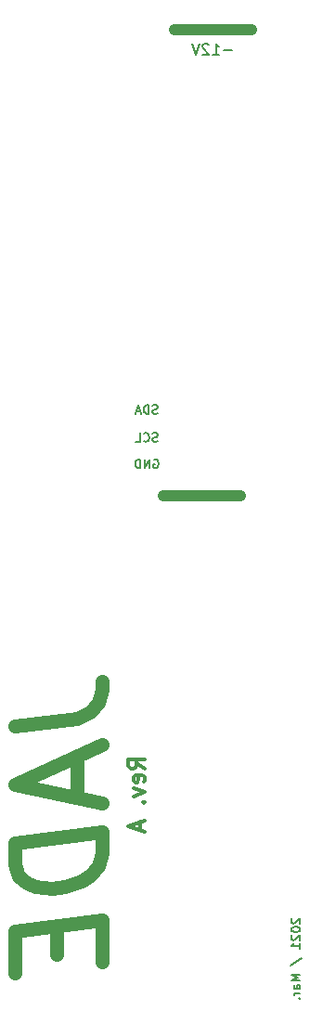
<source format=gbr>
%TF.GenerationSoftware,KiCad,Pcbnew,(5.1.9-0-10_14)*%
%TF.CreationDate,2021-03-07T22:41:29+09:00*%
%TF.ProjectId,jade_hardware,6a616465-5f68-4617-9264-776172652e6b,A*%
%TF.SameCoordinates,Original*%
%TF.FileFunction,Legend,Bot*%
%TF.FilePolarity,Positive*%
%FSLAX46Y46*%
G04 Gerber Fmt 4.6, Leading zero omitted, Abs format (unit mm)*
G04 Created by KiCad (PCBNEW (5.1.9-0-10_14)) date 2021-03-07 22:41:29*
%MOMM*%
%LPD*%
G01*
G04 APERTURE LIST*
%ADD10C,0.150000*%
%ADD11C,0.300000*%
%ADD12C,1.300000*%
%ADD13C,1.000000*%
%ADD14C,0.200000*%
%ADD15O,1.700000X1.700000*%
%ADD16R,1.700000X1.700000*%
G04 APERTURE END LIST*
D10*
X143238095Y-149542857D02*
X143200000Y-149580952D01*
X143161904Y-149657142D01*
X143161904Y-149847619D01*
X143200000Y-149923809D01*
X143238095Y-149961904D01*
X143314285Y-150000000D01*
X143390476Y-150000000D01*
X143504761Y-149961904D01*
X143961904Y-149504761D01*
X143961904Y-150000000D01*
X143161904Y-150495238D02*
X143161904Y-150571428D01*
X143200000Y-150647619D01*
X143238095Y-150685714D01*
X143314285Y-150723809D01*
X143466666Y-150761904D01*
X143657142Y-150761904D01*
X143809523Y-150723809D01*
X143885714Y-150685714D01*
X143923809Y-150647619D01*
X143961904Y-150571428D01*
X143961904Y-150495238D01*
X143923809Y-150419047D01*
X143885714Y-150380952D01*
X143809523Y-150342857D01*
X143657142Y-150304761D01*
X143466666Y-150304761D01*
X143314285Y-150342857D01*
X143238095Y-150380952D01*
X143200000Y-150419047D01*
X143161904Y-150495238D01*
X143238095Y-151066666D02*
X143200000Y-151104761D01*
X143161904Y-151180952D01*
X143161904Y-151371428D01*
X143200000Y-151447619D01*
X143238095Y-151485714D01*
X143314285Y-151523809D01*
X143390476Y-151523809D01*
X143504761Y-151485714D01*
X143961904Y-151028571D01*
X143961904Y-151523809D01*
X143961904Y-152285714D02*
X143961904Y-151828571D01*
X143961904Y-152057142D02*
X143161904Y-152057142D01*
X143276190Y-151980952D01*
X143352380Y-151904761D01*
X143390476Y-151828571D01*
X143123809Y-153809523D02*
X144152380Y-153123809D01*
X143961904Y-154685714D02*
X143161904Y-154685714D01*
X143733333Y-154952380D01*
X143161904Y-155219047D01*
X143961904Y-155219047D01*
X143961904Y-155942857D02*
X143542857Y-155942857D01*
X143466666Y-155904761D01*
X143428571Y-155828571D01*
X143428571Y-155676190D01*
X143466666Y-155600000D01*
X143923809Y-155942857D02*
X143961904Y-155866666D01*
X143961904Y-155676190D01*
X143923809Y-155600000D01*
X143847619Y-155561904D01*
X143771428Y-155561904D01*
X143695238Y-155600000D01*
X143657142Y-155676190D01*
X143657142Y-155866666D01*
X143619047Y-155942857D01*
X143961904Y-156323809D02*
X143428571Y-156323809D01*
X143580952Y-156323809D02*
X143504761Y-156361904D01*
X143466666Y-156400000D01*
X143428571Y-156476190D01*
X143428571Y-156552380D01*
X143885714Y-156819047D02*
X143923809Y-156857142D01*
X143961904Y-156819047D01*
X143923809Y-156780952D01*
X143885714Y-156819047D01*
X143961904Y-156819047D01*
D11*
X129778571Y-135878571D02*
X129064285Y-135378571D01*
X129778571Y-135021428D02*
X128278571Y-135021428D01*
X128278571Y-135592857D01*
X128350000Y-135735714D01*
X128421428Y-135807142D01*
X128564285Y-135878571D01*
X128778571Y-135878571D01*
X128921428Y-135807142D01*
X128992857Y-135735714D01*
X129064285Y-135592857D01*
X129064285Y-135021428D01*
X129707142Y-137092857D02*
X129778571Y-136950000D01*
X129778571Y-136664285D01*
X129707142Y-136521428D01*
X129564285Y-136450000D01*
X128992857Y-136450000D01*
X128850000Y-136521428D01*
X128778571Y-136664285D01*
X128778571Y-136950000D01*
X128850000Y-137092857D01*
X128992857Y-137164285D01*
X129135714Y-137164285D01*
X129278571Y-136450000D01*
X128778571Y-137664285D02*
X129778571Y-138021428D01*
X128778571Y-138378571D01*
X129635714Y-138950000D02*
X129707142Y-139021428D01*
X129778571Y-138950000D01*
X129707142Y-138878571D01*
X129635714Y-138950000D01*
X129778571Y-138950000D01*
X129350000Y-140735714D02*
X129350000Y-141450000D01*
X129778571Y-140592857D02*
X128278571Y-141092857D01*
X129778571Y-141592857D01*
D12*
X117919047Y-131987232D02*
X123633333Y-131272946D01*
X124776190Y-130749136D01*
X125538095Y-129891994D01*
X125919047Y-128701517D01*
X125919047Y-127939613D01*
X123633333Y-134701517D02*
X123633333Y-138511041D01*
X125919047Y-133653898D02*
X117919047Y-137320565D01*
X125919047Y-138987232D01*
X125919047Y-141653898D02*
X117919047Y-142653898D01*
X117919047Y-144558660D01*
X118300000Y-145653898D01*
X119061904Y-146320565D01*
X119823809Y-146606279D01*
X121347619Y-146796755D01*
X122490476Y-146653898D01*
X124014285Y-146082470D01*
X124776190Y-145606279D01*
X125538095Y-144749136D01*
X125919047Y-143558660D01*
X125919047Y-141653898D01*
X121728571Y-150177708D02*
X121728571Y-152844375D01*
X125919047Y-153463422D02*
X125919047Y-149653898D01*
X117919047Y-150653898D01*
X117919047Y-154463422D01*
D10*
X130971428Y-103473809D02*
X130857142Y-103511904D01*
X130666666Y-103511904D01*
X130590476Y-103473809D01*
X130552380Y-103435714D01*
X130514285Y-103359523D01*
X130514285Y-103283333D01*
X130552380Y-103207142D01*
X130590476Y-103169047D01*
X130666666Y-103130952D01*
X130819047Y-103092857D01*
X130895238Y-103054761D01*
X130933333Y-103016666D01*
X130971428Y-102940476D01*
X130971428Y-102864285D01*
X130933333Y-102788095D01*
X130895238Y-102750000D01*
X130819047Y-102711904D01*
X130628571Y-102711904D01*
X130514285Y-102750000D01*
X130171428Y-103511904D02*
X130171428Y-102711904D01*
X129980952Y-102711904D01*
X129866666Y-102750000D01*
X129790476Y-102826190D01*
X129752380Y-102902380D01*
X129714285Y-103054761D01*
X129714285Y-103169047D01*
X129752380Y-103321428D01*
X129790476Y-103397619D01*
X129866666Y-103473809D01*
X129980952Y-103511904D01*
X130171428Y-103511904D01*
X129409523Y-103283333D02*
X129028571Y-103283333D01*
X129485714Y-103511904D02*
X129219047Y-102711904D01*
X128952380Y-103511904D01*
X130952380Y-106023809D02*
X130838095Y-106061904D01*
X130647619Y-106061904D01*
X130571428Y-106023809D01*
X130533333Y-105985714D01*
X130495238Y-105909523D01*
X130495238Y-105833333D01*
X130533333Y-105757142D01*
X130571428Y-105719047D01*
X130647619Y-105680952D01*
X130800000Y-105642857D01*
X130876190Y-105604761D01*
X130914285Y-105566666D01*
X130952380Y-105490476D01*
X130952380Y-105414285D01*
X130914285Y-105338095D01*
X130876190Y-105300000D01*
X130800000Y-105261904D01*
X130609523Y-105261904D01*
X130495238Y-105300000D01*
X129695238Y-105985714D02*
X129733333Y-106023809D01*
X129847619Y-106061904D01*
X129923809Y-106061904D01*
X130038095Y-106023809D01*
X130114285Y-105947619D01*
X130152380Y-105871428D01*
X130190476Y-105719047D01*
X130190476Y-105604761D01*
X130152380Y-105452380D01*
X130114285Y-105376190D01*
X130038095Y-105300000D01*
X129923809Y-105261904D01*
X129847619Y-105261904D01*
X129733333Y-105300000D01*
X129695238Y-105338095D01*
X128971428Y-106061904D02*
X129352380Y-106061904D01*
X129352380Y-105261904D01*
X130609523Y-107700000D02*
X130685714Y-107661904D01*
X130800000Y-107661904D01*
X130914285Y-107700000D01*
X130990476Y-107776190D01*
X131028571Y-107852380D01*
X131066666Y-108004761D01*
X131066666Y-108119047D01*
X131028571Y-108271428D01*
X130990476Y-108347619D01*
X130914285Y-108423809D01*
X130800000Y-108461904D01*
X130723809Y-108461904D01*
X130609523Y-108423809D01*
X130571428Y-108385714D01*
X130571428Y-108119047D01*
X130723809Y-108119047D01*
X130228571Y-108461904D02*
X130228571Y-107661904D01*
X129771428Y-108461904D01*
X129771428Y-107661904D01*
X129390476Y-108461904D02*
X129390476Y-107661904D01*
X129200000Y-107661904D01*
X129085714Y-107700000D01*
X129009523Y-107776190D01*
X128971428Y-107852380D01*
X128933333Y-108004761D01*
X128933333Y-108119047D01*
X128971428Y-108271428D01*
X129009523Y-108347619D01*
X129085714Y-108423809D01*
X129200000Y-108461904D01*
X129390476Y-108461904D01*
D13*
X131500000Y-111000000D02*
X138500000Y-111000000D01*
D14*
X137761904Y-70371428D02*
X137000000Y-70371428D01*
X136000000Y-70752380D02*
X136571428Y-70752380D01*
X136285714Y-70752380D02*
X136285714Y-69752380D01*
X136380952Y-69895238D01*
X136476190Y-69990476D01*
X136571428Y-70038095D01*
X135619047Y-69847619D02*
X135571428Y-69800000D01*
X135476190Y-69752380D01*
X135238095Y-69752380D01*
X135142857Y-69800000D01*
X135095238Y-69847619D01*
X135047619Y-69942857D01*
X135047619Y-70038095D01*
X135095238Y-70180952D01*
X135666666Y-70752380D01*
X135047619Y-70752380D01*
X134761904Y-69752380D02*
X134428571Y-70752380D01*
X134095238Y-69752380D01*
D13*
X132500000Y-68500000D02*
X139500000Y-68500000D01*
%LPC*%
%TO.C,J8*%
G36*
G01*
X129600000Y-133200000D02*
X127400000Y-133200000D01*
G75*
G02*
X127150000Y-132950000I0J250000D01*
G01*
X127150000Y-132450000D01*
G75*
G02*
X127400000Y-132200000I250000J0D01*
G01*
X129600000Y-132200000D01*
G75*
G02*
X129850000Y-132450000I0J-250000D01*
G01*
X129850000Y-132950000D01*
G75*
G02*
X129600000Y-133200000I-250000J0D01*
G01*
G37*
G36*
G01*
X130200000Y-128600000D02*
X130200000Y-126400000D01*
G75*
G02*
X130450000Y-126150000I250000J0D01*
G01*
X130950000Y-126150000D01*
G75*
G02*
X131200000Y-126400000I0J-250000D01*
G01*
X131200000Y-128600000D01*
G75*
G02*
X130950000Y-128850000I-250000J0D01*
G01*
X130450000Y-128850000D01*
G75*
G02*
X130200000Y-128600000I0J250000D01*
G01*
G37*
G36*
G01*
X117000000Y-128600000D02*
X117000000Y-126400000D01*
G75*
G02*
X117250000Y-126150000I250000J0D01*
G01*
X117750000Y-126150000D01*
G75*
G02*
X118000000Y-126400000I0J-250000D01*
G01*
X118000000Y-128600000D01*
G75*
G02*
X117750000Y-128850000I-250000J0D01*
G01*
X117250000Y-128850000D01*
G75*
G02*
X117000000Y-128600000I0J250000D01*
G01*
G37*
%TD*%
%TO.C,J7*%
G36*
G01*
X129600000Y-120700000D02*
X127400000Y-120700000D01*
G75*
G02*
X127150000Y-120450000I0J250000D01*
G01*
X127150000Y-119950000D01*
G75*
G02*
X127400000Y-119700000I250000J0D01*
G01*
X129600000Y-119700000D01*
G75*
G02*
X129850000Y-119950000I0J-250000D01*
G01*
X129850000Y-120450000D01*
G75*
G02*
X129600000Y-120700000I-250000J0D01*
G01*
G37*
G36*
G01*
X130200000Y-116100000D02*
X130200000Y-113900000D01*
G75*
G02*
X130450000Y-113650000I250000J0D01*
G01*
X130950000Y-113650000D01*
G75*
G02*
X131200000Y-113900000I0J-250000D01*
G01*
X131200000Y-116100000D01*
G75*
G02*
X130950000Y-116350000I-250000J0D01*
G01*
X130450000Y-116350000D01*
G75*
G02*
X130200000Y-116100000I0J250000D01*
G01*
G37*
G36*
G01*
X117000000Y-116100000D02*
X117000000Y-113900000D01*
G75*
G02*
X117250000Y-113650000I250000J0D01*
G01*
X117750000Y-113650000D01*
G75*
G02*
X118000000Y-113900000I0J-250000D01*
G01*
X118000000Y-116100000D01*
G75*
G02*
X117750000Y-116350000I-250000J0D01*
G01*
X117250000Y-116350000D01*
G75*
G02*
X117000000Y-116100000I0J250000D01*
G01*
G37*
%TD*%
D15*
%TO.C,J6*%
X135540000Y-108080000D03*
X133000000Y-108080000D03*
X135540000Y-105540000D03*
X133000000Y-105540000D03*
X135540000Y-103000000D03*
D16*
X133000000Y-103000000D03*
%TD*%
D15*
%TO.C,J5*%
X136540000Y-66160000D03*
X134000000Y-66160000D03*
X136540000Y-63620000D03*
X134000000Y-63620000D03*
X136540000Y-61080000D03*
X134000000Y-61080000D03*
X136540000Y-58540000D03*
X134000000Y-58540000D03*
X136540000Y-56000000D03*
D16*
X134000000Y-56000000D03*
%TD*%
%TO.C,J4*%
G36*
G01*
X129600000Y-100700000D02*
X127400000Y-100700000D01*
G75*
G02*
X127150000Y-100450000I0J250000D01*
G01*
X127150000Y-99950000D01*
G75*
G02*
X127400000Y-99700000I250000J0D01*
G01*
X129600000Y-99700000D01*
G75*
G02*
X129850000Y-99950000I0J-250000D01*
G01*
X129850000Y-100450000D01*
G75*
G02*
X129600000Y-100700000I-250000J0D01*
G01*
G37*
G36*
G01*
X130200000Y-96100000D02*
X130200000Y-93900000D01*
G75*
G02*
X130450000Y-93650000I250000J0D01*
G01*
X130950000Y-93650000D01*
G75*
G02*
X131200000Y-93900000I0J-250000D01*
G01*
X131200000Y-96100000D01*
G75*
G02*
X130950000Y-96350000I-250000J0D01*
G01*
X130450000Y-96350000D01*
G75*
G02*
X130200000Y-96100000I0J250000D01*
G01*
G37*
G36*
G01*
X117000000Y-96100000D02*
X117000000Y-93900000D01*
G75*
G02*
X117250000Y-93650000I250000J0D01*
G01*
X117750000Y-93650000D01*
G75*
G02*
X118000000Y-93900000I0J-250000D01*
G01*
X118000000Y-96100000D01*
G75*
G02*
X117750000Y-96350000I-250000J0D01*
G01*
X117250000Y-96350000D01*
G75*
G02*
X117000000Y-96100000I0J250000D01*
G01*
G37*
%TD*%
%TO.C,J3*%
G36*
G01*
X129600000Y-88200000D02*
X127400000Y-88200000D01*
G75*
G02*
X127150000Y-87950000I0J250000D01*
G01*
X127150000Y-87450000D01*
G75*
G02*
X127400000Y-87200000I250000J0D01*
G01*
X129600000Y-87200000D01*
G75*
G02*
X129850000Y-87450000I0J-250000D01*
G01*
X129850000Y-87950000D01*
G75*
G02*
X129600000Y-88200000I-250000J0D01*
G01*
G37*
G36*
G01*
X130200000Y-83600000D02*
X130200000Y-81400000D01*
G75*
G02*
X130450000Y-81150000I250000J0D01*
G01*
X130950000Y-81150000D01*
G75*
G02*
X131200000Y-81400000I0J-250000D01*
G01*
X131200000Y-83600000D01*
G75*
G02*
X130950000Y-83850000I-250000J0D01*
G01*
X130450000Y-83850000D01*
G75*
G02*
X130200000Y-83600000I0J250000D01*
G01*
G37*
G36*
G01*
X117000000Y-83600000D02*
X117000000Y-81400000D01*
G75*
G02*
X117250000Y-81150000I250000J0D01*
G01*
X117750000Y-81150000D01*
G75*
G02*
X118000000Y-81400000I0J-250000D01*
G01*
X118000000Y-83600000D01*
G75*
G02*
X117750000Y-83850000I-250000J0D01*
G01*
X117250000Y-83850000D01*
G75*
G02*
X117000000Y-83600000I0J250000D01*
G01*
G37*
%TD*%
%TO.C,J2*%
G36*
G01*
X129600000Y-75700000D02*
X127400000Y-75700000D01*
G75*
G02*
X127150000Y-75450000I0J250000D01*
G01*
X127150000Y-74950000D01*
G75*
G02*
X127400000Y-74700000I250000J0D01*
G01*
X129600000Y-74700000D01*
G75*
G02*
X129850000Y-74950000I0J-250000D01*
G01*
X129850000Y-75450000D01*
G75*
G02*
X129600000Y-75700000I-250000J0D01*
G01*
G37*
G36*
G01*
X130200000Y-71100000D02*
X130200000Y-68900000D01*
G75*
G02*
X130450000Y-68650000I250000J0D01*
G01*
X130950000Y-68650000D01*
G75*
G02*
X131200000Y-68900000I0J-250000D01*
G01*
X131200000Y-71100000D01*
G75*
G02*
X130950000Y-71350000I-250000J0D01*
G01*
X130450000Y-71350000D01*
G75*
G02*
X130200000Y-71100000I0J250000D01*
G01*
G37*
G36*
G01*
X117000000Y-71100000D02*
X117000000Y-68900000D01*
G75*
G02*
X117250000Y-68650000I250000J0D01*
G01*
X117750000Y-68650000D01*
G75*
G02*
X118000000Y-68900000I0J-250000D01*
G01*
X118000000Y-71100000D01*
G75*
G02*
X117750000Y-71350000I-250000J0D01*
G01*
X117250000Y-71350000D01*
G75*
G02*
X117000000Y-71100000I0J250000D01*
G01*
G37*
%TD*%
%TO.C,J1*%
G36*
G01*
X129600000Y-63200000D02*
X127400000Y-63200000D01*
G75*
G02*
X127150000Y-62950000I0J250000D01*
G01*
X127150000Y-62450000D01*
G75*
G02*
X127400000Y-62200000I250000J0D01*
G01*
X129600000Y-62200000D01*
G75*
G02*
X129850000Y-62450000I0J-250000D01*
G01*
X129850000Y-62950000D01*
G75*
G02*
X129600000Y-63200000I-250000J0D01*
G01*
G37*
G36*
G01*
X130200000Y-58600000D02*
X130200000Y-56400000D01*
G75*
G02*
X130450000Y-56150000I250000J0D01*
G01*
X130950000Y-56150000D01*
G75*
G02*
X131200000Y-56400000I0J-250000D01*
G01*
X131200000Y-58600000D01*
G75*
G02*
X130950000Y-58850000I-250000J0D01*
G01*
X130450000Y-58850000D01*
G75*
G02*
X130200000Y-58600000I0J250000D01*
G01*
G37*
G36*
G01*
X117000000Y-58600000D02*
X117000000Y-56400000D01*
G75*
G02*
X117250000Y-56150000I250000J0D01*
G01*
X117750000Y-56150000D01*
G75*
G02*
X118000000Y-56400000I0J-250000D01*
G01*
X118000000Y-58600000D01*
G75*
G02*
X117750000Y-58850000I-250000J0D01*
G01*
X117250000Y-58850000D01*
G75*
G02*
X117000000Y-58600000I0J250000D01*
G01*
G37*
%TD*%
M02*

</source>
